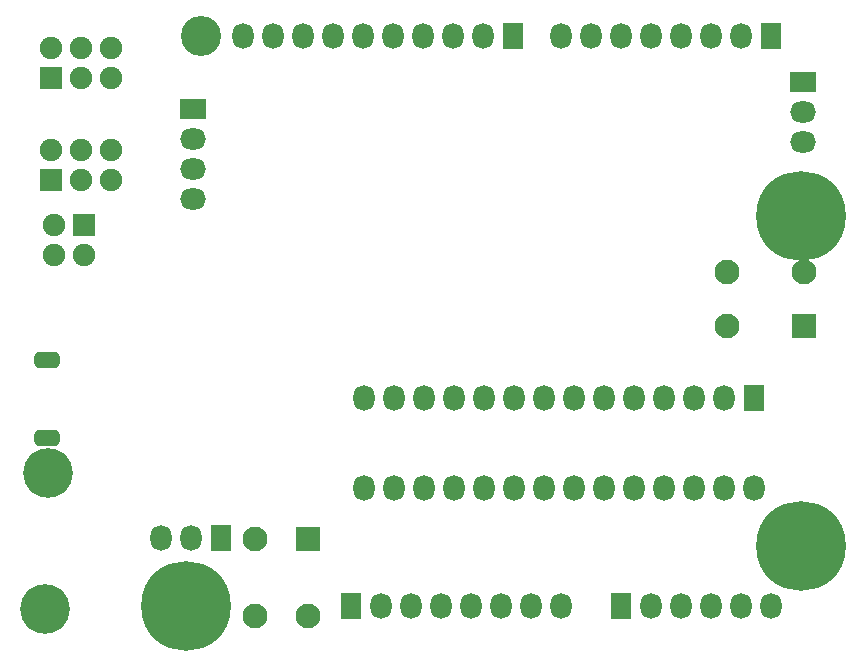
<source format=gbs>
G04 Layer_Color=16711935*
%FSLAX44Y44*%
%MOMM*%
G71*
G01*
G75*
%ADD37C,1.9000*%
%ADD38R,1.9000X1.9000*%
%ADD60R,2.1000X2.1000*%
%ADD75C,2.1000*%
%ADD76R,2.1000X2.1000*%
%ADD77O,2.2000X1.8000*%
%ADD78R,2.2000X1.8000*%
%ADD79O,1.8000X2.2000*%
%ADD80R,1.8000X2.2000*%
%ADD81C,4.2000*%
G04:AMPARAMS|DCode=82|XSize=2.2mm|YSize=1.4mm|CornerRadius=0.46mm|HoleSize=0mm|Usage=FLASHONLY|Rotation=0.000|XOffset=0mm|YOffset=0mm|HoleType=Round|Shape=RoundedRectangle|*
%AMROUNDEDRECTD82*
21,1,2.2000,0.4800,0,0,0.0*
21,1,1.2800,1.4000,0,0,0.0*
1,1,0.9200,0.6400,-0.2400*
1,1,0.9200,-0.6400,-0.2400*
1,1,0.9200,-0.6400,0.2400*
1,1,0.9200,0.6400,0.2400*
%
%ADD82ROUNDEDRECTD82*%
%ADD83C,3.4000*%
%ADD84C,7.6000*%
D37*
X28300Y348400D02*
D03*
X53700Y323000D02*
D03*
X28300D02*
D03*
X76200Y411480D02*
D03*
X50800D02*
D03*
X25400D02*
D03*
X76200Y386080D02*
D03*
X50800D02*
D03*
X76200Y497840D02*
D03*
X50800D02*
D03*
X25400D02*
D03*
X76200Y472440D02*
D03*
X50800D02*
D03*
D38*
X53700Y348400D02*
D03*
X25400Y386080D02*
D03*
Y472440D02*
D03*
D60*
X243500Y82250D02*
D03*
D75*
X198500D02*
D03*
Y17250D02*
D03*
X243500D02*
D03*
X598250Y263000D02*
D03*
Y308000D02*
D03*
X663250D02*
D03*
D76*
Y263000D02*
D03*
D77*
X146000Y395200D02*
D03*
Y420600D02*
D03*
Y369800D02*
D03*
X662000Y418200D02*
D03*
Y443600D02*
D03*
D78*
X146000Y446000D02*
D03*
X662000Y469000D02*
D03*
D79*
X118450Y83250D02*
D03*
X143850D02*
D03*
X187960Y508000D02*
D03*
X213360D02*
D03*
X238760D02*
D03*
X264160D02*
D03*
X289560D02*
D03*
X314960D02*
D03*
X340360D02*
D03*
X365760D02*
D03*
X391160D02*
D03*
X457200D02*
D03*
X482600D02*
D03*
X508000D02*
D03*
X533400D02*
D03*
X558800D02*
D03*
X584200D02*
D03*
X609600D02*
D03*
X635000Y25400D02*
D03*
X609600D02*
D03*
X584200D02*
D03*
X558800D02*
D03*
X533400D02*
D03*
X457200D02*
D03*
X431800D02*
D03*
X406400D02*
D03*
X381000D02*
D03*
X355600D02*
D03*
X330200D02*
D03*
X304800D02*
D03*
X595250Y201930D02*
D03*
X569850D02*
D03*
X544450D02*
D03*
X519050D02*
D03*
X493650D02*
D03*
X468250D02*
D03*
X442850D02*
D03*
X417450D02*
D03*
X392050D02*
D03*
X366650D02*
D03*
X341250D02*
D03*
X315850D02*
D03*
X290450D02*
D03*
X620650Y125730D02*
D03*
X595250D02*
D03*
X569850D02*
D03*
X544450D02*
D03*
X519050D02*
D03*
X493650D02*
D03*
X468250D02*
D03*
X442850D02*
D03*
X417450D02*
D03*
X392050D02*
D03*
X366650D02*
D03*
X341250D02*
D03*
X315850D02*
D03*
X290450D02*
D03*
D80*
X169250Y83250D02*
D03*
X416560Y508000D02*
D03*
X635000D02*
D03*
X508000Y25400D02*
D03*
X279400D02*
D03*
X620650Y201930D02*
D03*
D81*
X21000Y23000D02*
D03*
X23000Y138000D02*
D03*
D82*
X21995Y168000D02*
D03*
Y234000D02*
D03*
D83*
X152400Y508000D02*
D03*
D84*
X660400Y355600D02*
D03*
Y76200D02*
D03*
X139700Y25400D02*
D03*
M02*

</source>
